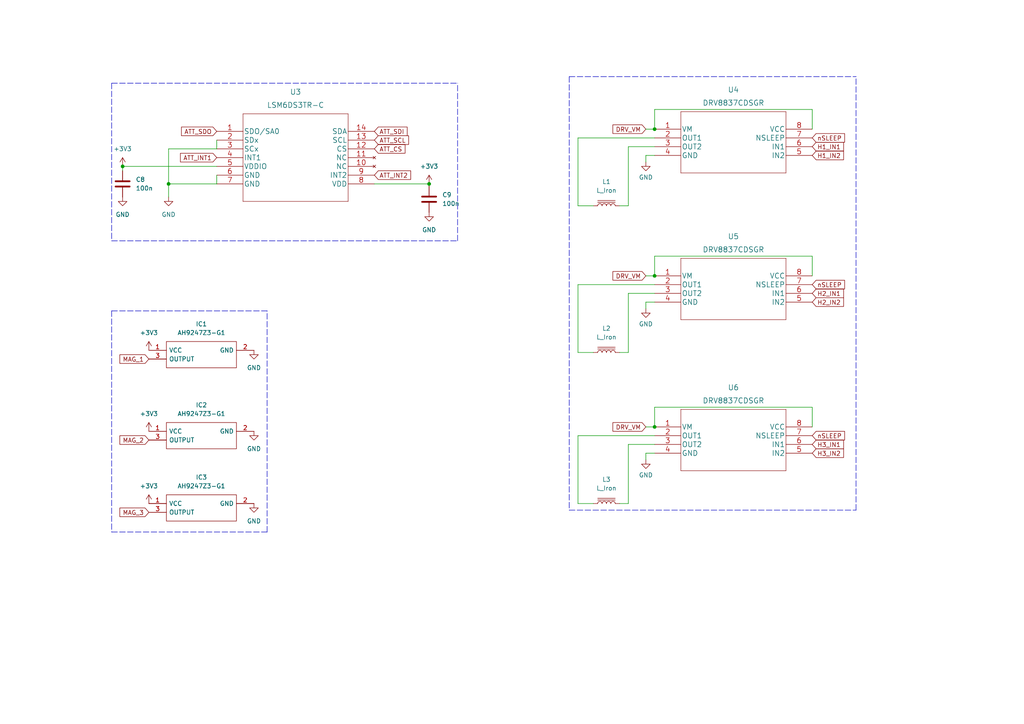
<source format=kicad_sch>
(kicad_sch (version 20211123) (generator eeschema)
  (paper "A4")
  (lib_symbols
    (symbol "AH9247Z3-G1:AH9247Z3-G1" (pin_names (offset 0.762))
      (property "Reference" "IC" (at 26.67 7.62 0))
      (property "Value" "AH9247Z3-G1" (at 26.67 5.08 0))
      (symbol "AH9247Z3-G1_0_0"
        (pin passive line (at 0 0 0) (length 5.08) (name "VCC") (number "1"))
        (pin passive line (at 30.48 0 180) (length 5.08) (name "GND") (number "2"))
        (pin passive line (at 0 -2.54 0) (length 5.08) (name "OUTPUT") (number "3"))
      )
      (symbol "AH9247Z3-G1_0_1"
        (polyline (pts (xy 5.08 2.54) (xy 25.4 2.54) (xy 25.4 -5.08) (xy 5.08 -5.08) (xy 5.08 2.54)) (stroke (width 0.1524)))
      )
    )
    (symbol "ATTITUDE:LSM6DS3TR-C" (pin_names (offset 0.254))
      (property "Reference" "U" (at 22.86 10.16 0))
      (property "Value" "LSM6DS3TR-C" (at 22.86 7.62 0))
      (symbol "LSM6DS3TR-C_1_1"
        (polyline (pts (xy 7.62 -20.32) (xy 38.1 -20.32)) (stroke (width 0.127)))
        (polyline (pts (xy 7.62 5.08) (xy 7.62 -20.32)) (stroke (width 0.127)))
        (polyline (pts (xy 38.1 -20.32) (xy 38.1 5.08)) (stroke (width 0.127)))
        (polyline (pts (xy 38.1 5.08) (xy 7.62 5.08)) (stroke (width 0.127)))
        (pin output line (at 0 0 0) (length 7.62) (name "SDO/SA0") (number "1"))
        (pin no_connect line (at 45.72 -10.16 180) (length 7.62) (name "NC") (number "10"))
        (pin no_connect line (at 45.72 -7.62 180) (length 7.62) (name "NC") (number "11"))
        (pin input line (at 45.72 -5.08 180) (length 7.62) (name "CS") (number "12"))
        (pin input line (at 45.72 -2.54 180) (length 7.62) (name "SCL") (number "13"))
        (pin input line (at 45.72 0 180) (length 7.62) (name "SDA") (number "14"))
        (pin passive line (at 0 -2.54 0) (length 7.62) (name "SDx") (number "2"))
        (pin passive line (at 0 -5.08 0) (length 7.62) (name "SCx") (number "3"))
        (pin input line (at 0 -7.62 0) (length 7.62) (name "INT1") (number "4"))
        (pin power_in line (at 0 -10.16 0) (length 7.62) (name "VDDIO") (number "5"))
        (pin power_in line (at 0 -12.7 0) (length 7.62) (name "GND") (number "6"))
        (pin power_in line (at 0 -15.24 0) (length 7.62) (name "GND") (number "7"))
        (pin power_in line (at 45.72 -15.24 180) (length 7.62) (name "VDD") (number "8"))
        (pin input line (at 45.72 -12.7 180) (length 7.62) (name "INT2") (number "9"))
      )
    )
    (symbol "DRV8837CDSG:DRV8837CDSGR" (pin_names (offset 0.254))
      (property "Reference" "U" (at 22.86 10.16 0))
      (property "Value" "DRV8837CDSGR" (at 22.86 7.62 0))
      (symbol "DRV8837CDSGR_1_1"
        (polyline (pts (xy 7.62 -12.7) (xy 38.1 -12.7)) (stroke (width 0.127)))
        (polyline (pts (xy 7.62 5.08) (xy 7.62 -12.7)) (stroke (width 0.127)))
        (polyline (pts (xy 38.1 -12.7) (xy 38.1 5.08)) (stroke (width 0.127)))
        (polyline (pts (xy 38.1 5.08) (xy 7.62 5.08)) (stroke (width 0.127)))
        (pin power_in line (at 0 0 0) (length 7.62) (name "VM") (number "1"))
        (pin output line (at 0 -2.54 0) (length 7.62) (name "OUT1") (number "2"))
        (pin output line (at 0 -5.08 0) (length 7.62) (name "OUT2") (number "3"))
        (pin power_in line (at 0 -7.62 0) (length 7.62) (name "GND") (number "4"))
        (pin input line (at 45.72 -7.62 180) (length 7.62) (name "IN2") (number "5"))
        (pin input line (at 45.72 -5.08 180) (length 7.62) (name "IN1") (number "6"))
        (pin input line (at 45.72 -2.54 180) (length 7.62) (name "NSLEEP") (number "7"))
        (pin power_in line (at 45.72 0 180) (length 7.62) (name "VCC") (number "8"))
      )
    )
    (symbol "Device:C" (pin_numbers hide) (pin_names (offset 0.254))
      (property "Reference" "C" (at 0.635 2.54 0))
      (property "Value" "C" (at 0.635 -2.54 0))
      (symbol "C_0_1"
        (polyline (pts (xy -2.032 -0.762) (xy 2.032 -0.762)) (stroke (width 0.508)))
        (polyline (pts (xy -2.032 0.762) (xy 2.032 0.762)) (stroke (width 0.508)))
      )
      (symbol "C_1_1"
        (pin passive line (at 0 3.81 270) (length 2.794) (name "~") (number "1"))
        (pin passive line (at 0 -3.81 90) (length 2.794) (name "~") (number "2"))
      )
    )
    (symbol "Device:L_Iron" (pin_numbers hide) (pin_names (offset 1.016) hide)
      (property "Reference" "L" (at -1.27 0 90))
      (property "Value" "L_Iron" (at 2.794 0 90))
      (symbol "L_Iron_0_1"
        (arc (start 0 -2.54) (mid 0.635 -1.905) (end 0 -1.27))
        (arc (start 0 -1.27) (mid 0.635 -0.635) (end 0 0))
        (polyline (pts (xy 1.016 2.54) (xy 1.016 -2.54)))
        (polyline (pts (xy 1.524 -2.54) (xy 1.524 2.54)))
        (arc (start 0 0) (mid 0.635 0.635) (end 0 1.27))
        (arc (start 0 1.27) (mid 0.635 1.905) (end 0 2.54))
      )
      (symbol "L_Iron_1_1"
        (pin passive line (at 0 3.81 270) (length 1.27) (name "1") (number "1"))
        (pin passive line (at 0 -3.81 90) (length 1.27) (name "2") (number "2"))
      )
    )
    (symbol "power:+3V3" (power) (pin_names (offset 0))
      (property "Value" "+3V3" (at 0 3.556 0))
      (symbol "+3V3_0_1"
        (polyline (pts (xy -0.762 1.27) (xy 0 2.54)))
        (polyline (pts (xy 0 0) (xy 0 2.54)))
        (polyline (pts (xy 0 2.54) (xy 0.762 1.27)))
      )
      (symbol "+3V3_1_1"
        (pin power_in line (at 0 0 90) (length 0) hide (name "+3V3") (number "1"))
      )
    )
    (symbol "power:GND" (power) (pin_names (offset 0))
      (property "Value" "GND" (at 0 -3.81 0))
      (symbol "GND_0_1"
        (polyline (pts (xy 0 0) (xy 0 -1.27) (xy 1.27 -1.27) (xy 0 -2.54) (xy -1.27 -1.27) (xy 0 -1.27)))
      )
      (symbol "GND_1_1"
        (pin power_in line (at 0 0 270) (length 0) hide (name "GND") (number "1"))
      )
    )
  )
  (junction (at 48.895 53.34))
  (junction (at 189.865 123.825))
  (junction (at 189.865 37.465))
  (junction (at 35.56 48.26))
  (junction (at 124.46 53.34))
  (junction (at 189.865 80.01))
  (wire (pts (xy 189.865 80.01) (xy 189.865 74.295)))
  (wire (pts (xy 182.245 146.05) (xy 179.705 146.05)))
  (polyline (pts (xy 248.285 147.955) (xy 248.285 22.225)))
  (wire (pts (xy 187.325 131.445) (xy 187.325 133.35)))
  (wire (pts (xy 48.895 43.18) (xy 48.895 53.34)))
  (wire (pts (xy 182.245 59.69) (xy 179.705 59.69)))
  (wire (pts (xy 48.895 53.34) (xy 48.895 57.15)))
  (wire (pts (xy 167.64 146.05) (xy 172.085 146.05)))
  (wire (pts (xy 35.56 48.26) (xy 35.56 49.53)))
  (polyline (pts (xy 77.47 154.305) (xy 77.47 90.17)))
  (wire (pts (xy 235.585 74.295) (xy 235.585 80.01)))
  (wire (pts (xy 189.865 74.295) (xy 235.585 74.295)))
  (wire (pts (xy 187.325 45.085) (xy 187.325 46.99)))
  (wire (pts (xy 235.585 31.75) (xy 235.585 37.465)))
  (wire (pts (xy 124.46 53.34) (xy 124.46 53.975)))
  (wire (pts (xy 62.865 48.26) (xy 35.56 48.26)))
  (polyline (pts (xy 32.385 24.13) (xy 32.385 69.85)))
  (wire (pts (xy 189.865 82.55) (xy 167.64 82.55)))
  (wire (pts (xy 189.865 42.545) (xy 182.245 42.545)))
  (wire (pts (xy 189.865 85.09) (xy 182.245 85.09)))
  (wire (pts (xy 182.245 85.09) (xy 182.245 102.235)))
  (polyline (pts (xy 165.1 22.225) (xy 165.1 147.955)))
  (wire (pts (xy 235.585 118.11) (xy 235.585 123.825)))
  (wire (pts (xy 62.865 43.18) (xy 48.895 43.18)))
  (polyline (pts (xy 32.385 154.305) (xy 77.47 154.305)))
  (polyline (pts (xy 165.1 147.955) (xy 248.285 147.955)))
  (wire (pts (xy 62.865 53.34) (xy 48.895 53.34)))
  (wire (pts (xy 189.865 128.905) (xy 182.245 128.905)))
  (polyline (pts (xy 32.385 69.85) (xy 132.715 69.85)))
  (polyline (pts (xy 165.1 22.225) (xy 248.285 22.225)))
  (wire (pts (xy 62.865 40.64) (xy 62.865 43.18)))
  (polyline (pts (xy 32.385 90.17) (xy 32.385 154.305)))
  (wire (pts (xy 189.865 118.11) (xy 235.585 118.11)))
  (wire (pts (xy 189.865 37.465) (xy 189.865 31.75)))
  (wire (pts (xy 187.325 80.01) (xy 189.865 80.01)))
  (wire (pts (xy 187.325 87.63) (xy 187.325 89.535)))
  (wire (pts (xy 167.64 40.005) (xy 167.64 59.69)))
  (wire (pts (xy 167.64 102.235) (xy 172.085 102.235)))
  (polyline (pts (xy 32.385 90.17) (xy 77.47 90.17)))
  (wire (pts (xy 167.64 82.55) (xy 167.64 102.235)))
  (wire (pts (xy 189.865 45.085) (xy 187.325 45.085)))
  (wire (pts (xy 182.245 128.905) (xy 182.245 146.05)))
  (polyline (pts (xy 132.715 69.85) (xy 132.715 24.13)))
  (wire (pts (xy 187.325 123.825) (xy 189.865 123.825)))
  (wire (pts (xy 189.865 31.75) (xy 235.585 31.75)))
  (wire (pts (xy 189.865 40.005) (xy 167.64 40.005)))
  (wire (pts (xy 187.325 37.465) (xy 189.865 37.465)))
  (wire (pts (xy 189.865 126.365) (xy 167.64 126.365)))
  (wire (pts (xy 189.865 123.825) (xy 189.865 118.11)))
  (wire (pts (xy 108.585 53.34) (xy 124.46 53.34)))
  (wire (pts (xy 167.64 126.365) (xy 167.64 146.05)))
  (wire (pts (xy 167.64 59.69) (xy 172.085 59.69)))
  (wire (pts (xy 62.865 50.8) (xy 62.865 53.34)))
  (wire (pts (xy 182.245 102.235) (xy 179.705 102.235)))
  (wire (pts (xy 189.865 131.445) (xy 187.325 131.445)))
  (wire (pts (xy 182.245 42.545) (xy 182.245 59.69)))
  (polyline (pts (xy 32.385 24.13) (xy 132.715 24.13)))
  (wire (pts (xy 189.865 87.63) (xy 187.325 87.63)))
  (global_label "DRV_VM" (shape input) (at 187.325 80.01 180) (property "Intersheet References" "${INTERSHEET_REFS}" (effects hide)))
  (global_label "ATT_SDO" (shape input) (at 62.865 38.1 180) (property "Intersheet References" "${INTERSHEET_REFS}" (effects hide)))
  (global_label "ATT_INT1" (shape input) (at 62.865 45.72 180) (property "Intersheet References" "${INTERSHEET_REFS}" (effects hide)))
  (global_label "nSLEEP" (shape input) (at 235.585 40.005 0) (property "Intersheet References" "${INTERSHEET_REFS}" (effects hide)))
  (global_label "ATT_CS" (shape input) (at 108.585 43.18 0) (property "Intersheet References" "${INTERSHEET_REFS}" (effects hide)))
  (global_label "ATT_SDI" (shape input) (at 108.585 38.1 0) (property "Intersheet References" "${INTERSHEET_REFS}" (effects hide)))
  (global_label "nSLEEP" (shape input) (at 235.585 126.365 0) (property "Intersheet References" "${INTERSHEET_REFS}" (effects hide)))
  (global_label "MAG_3" (shape input) (at 43.18 148.59 180) (property "Intersheet References" "${INTERSHEET_REFS}" (effects hide)))
  (global_label "MAG_1" (shape input) (at 43.18 104.14 180) (property "Intersheet References" "${INTERSHEET_REFS}" (effects hide)))
  (global_label "DRV_VM" (shape input) (at 187.325 37.465 180) (property "Intersheet References" "${INTERSHEET_REFS}" (effects hide)))
  (global_label "H2_IN1" (shape input) (at 235.585 85.09 0) (property "Intersheet References" "${INTERSHEET_REFS}" (effects hide)))
  (global_label "H3_IN1" (shape input) (at 235.585 128.905 0) (property "Intersheet References" "${INTERSHEET_REFS}" (effects hide)))
  (global_label "H2_IN2" (shape input) (at 235.585 87.63 0) (property "Intersheet References" "${INTERSHEET_REFS}" (effects hide)))
  (global_label "nSLEEP" (shape input) (at 235.585 82.55 0) (property "Intersheet References" "${INTERSHEET_REFS}" (effects hide)))
  (global_label "H1_IN1" (shape input) (at 235.585 42.545 0) (property "Intersheet References" "${INTERSHEET_REFS}" (effects hide)))
  (global_label "ATT_INT2" (shape input) (at 108.585 50.8 0) (property "Intersheet References" "${INTERSHEET_REFS}" (effects hide)))
  (global_label "H1_IN2" (shape input) (at 235.585 45.085 0) (property "Intersheet References" "${INTERSHEET_REFS}" (effects hide)))
  (global_label "MAG_2" (shape input) (at 43.18 127.635 180) (property "Intersheet References" "${INTERSHEET_REFS}" (effects hide)))
  (global_label "H3_IN2" (shape input) (at 235.585 131.445 0) (property "Intersheet References" "${INTERSHEET_REFS}" (effects hide)))
  (global_label "ATT_SCL" (shape input) (at 108.585 40.64 0) (property "Intersheet References" "${INTERSHEET_REFS}" (effects hide)))
  (global_label "DRV_VM" (shape input) (at 187.325 123.825 180) (property "Intersheet References" "${INTERSHEET_REFS}" (effects hide)))
  (symbol (lib_id "power:GND") (at 124.46 61.595 0) (unit 1)
    (property "Reference" "#PWR08" (effects hide))
    (property "Value" "GND" (at 124.46 66.675 0))
  )
  (symbol (lib_id "AH9247Z3-G1:AH9247Z3-G1") (at 43.18 101.6 0) (unit 1)
    (property "Reference" "IC1" (at 58.42 93.98 0))
    (property "Value" "AH9247Z3-G1" (at 58.42 96.52 0))
    (property "Footprint" "Package_TO_SOT_THT:TO-92Flat" (effects hide))
    (property "Datasheet" "https://componentsearchengine.com/Datasheets/1/AH9247Z3-G1.pdf" (effects hide))
    (property "Description" "Board Mount Hall Effect / Magnetic Sensors High Sens MicroPWR Omni Hall-Effect" (effects hide))
    (property "Height" "3.31" (effects hide))
    (property "Mouser Part Number" "621-AH9247Z3-G1" (effects hide))
    (property "Mouser Price/Stock" "https://www.mouser.co.uk/ProductDetail/Diodes-Incorporated/AH9247Z3-G1?qs=Ey7%2FXF42M3fMYLXLo5hEEg%3D%3D" (effects hide))
    (property "Manufacturer_Name" "Diodes Inc." (effects hide))
    (property "Manufacturer_Part_Number" "AH9247Z3-G1" (effects hide))
  )
  (symbol (lib_id "power:GND") (at 73.66 146.05 0) (unit 1)
    (property "Reference" "#PWR022" (effects hide))
    (property "Value" "GND" (at 73.66 151.13 0))
  )
  (symbol (lib_id "Device:C") (at 35.56 53.34 0) (unit 1)
    (property "Reference" "C8" (at 39.37 52.0699 0) (effects (justify left)))
    (property "Value" "100n" (at 39.37 54.6099 0) (effects (justify left)))
    (property "Footprint" "Capacitor_SMD:C_0805_2012Metric" (effects hide))
  )
  (symbol (lib_id "ATTITUDE:LSM6DS3TR-C") (at 62.865 38.1 0) (unit 1)
    (property "Reference" "U3" (at 85.725 26.67 0) (effects (font (size 1.524 1.524))))
    (property "Value" "LSM6DS3TR-C" (at 85.725 30.48 0) (effects (font (size 1.524 1.524))))
    (property "Footprint" "magnetorquer:LSM6DS3TR-C" (effects hide))
  )
  (symbol (lib_id "DRV8837CDSG:DRV8837CDSGR") (at 189.865 37.465 0) (unit 1)
    (property "Reference" "U4" (at 212.725 26.035 0) (effects (font (size 1.524 1.524))))
    (property "Value" "DRV8837CDSGR" (at 212.725 29.845 0) (effects (font (size 1.524 1.524))))
    (property "Footprint" "magnetorquer:DRV8837CDSGR" (effects hide))
  )
  (symbol (lib_id "power:+3V3") (at 43.18 125.095 0) (unit 1)
    (property "Reference" "#PWR019" (effects hide))
    (property "Value" "+3V3" (at 43.18 120.015 0))
  )
  (symbol (lib_id "AH9247Z3-G1:AH9247Z3-G1") (at 43.18 146.05 0) (unit 1)
    (property "Reference" "IC3" (at 58.42 138.43 0))
    (property "Value" "AH9247Z3-G1" (at 58.42 140.97 0))
    (property "Footprint" "Package_TO_SOT_THT:TO-92Flat" (effects hide))
    (property "Datasheet" "https://componentsearchengine.com/Datasheets/1/AH9247Z3-G1.pdf" (effects hide))
    (property "Description" "Board Mount Hall Effect / Magnetic Sensors High Sens MicroPWR Omni Hall-Effect" (effects hide))
    (property "Height" "3.31" (effects hide))
    (property "Mouser Part Number" "621-AH9247Z3-G1" (effects hide))
    (property "Mouser Price/Stock" "https://www.mouser.co.uk/ProductDetail/Diodes-Incorporated/AH9247Z3-G1?qs=Ey7%2FXF42M3fMYLXLo5hEEg%3D%3D" (effects hide))
    (property "Manufacturer_Name" "Diodes Inc." (effects hide))
    (property "Manufacturer_Part_Number" "AH9247Z3-G1" (effects hide))
  )
  (symbol (lib_id "AH9247Z3-G1:AH9247Z3-G1") (at 43.18 125.095 0) (unit 1)
    (property "Reference" "IC2" (at 58.42 117.475 0))
    (property "Value" "AH9247Z3-G1" (at 58.42 120.015 0))
    (property "Footprint" "Package_TO_SOT_THT:TO-92Flat" (effects hide))
    (property "Datasheet" "https://componentsearchengine.com/Datasheets/1/AH9247Z3-G1.pdf" (effects hide))
    (property "Description" "Board Mount Hall Effect / Magnetic Sensors High Sens MicroPWR Omni Hall-Effect" (effects hide))
    (property "Height" "3.31" (effects hide))
    (property "Mouser Part Number" "621-AH9247Z3-G1" (effects hide))
    (property "Mouser Price/Stock" "https://www.mouser.co.uk/ProductDetail/Diodes-Incorporated/AH9247Z3-G1?qs=Ey7%2FXF42M3fMYLXLo5hEEg%3D%3D" (effects hide))
    (property "Manufacturer_Name" "Diodes Inc." (effects hide))
    (property "Manufacturer_Part_Number" "AH9247Z3-G1" (effects hide))
  )
  (symbol (lib_id "power:GND") (at 35.56 57.15 0) (unit 1)
    (property "Reference" "#PWR06" (effects hide))
    (property "Value" "GND" (at 35.56 62.23 0))
  )
  (symbol (lib_id "DRV8837CDSG:DRV8837CDSGR") (at 189.865 123.825 0) (unit 1)
    (property "Reference" "U6" (at 212.725 112.395 0) (effects (font (size 1.524 1.524))))
    (property "Value" "DRV8837CDSGR" (at 212.725 116.205 0) (effects (font (size 1.524 1.524))))
    (property "Footprint" "magnetorquer:DRV8837CDSGR" (effects hide))
  )
  (symbol (lib_id "Device:L_Iron") (at 175.895 102.235 90) (unit 1)
    (property "Reference" "L2" (at 175.895 95.25 90))
    (property "Value" "L_Iron" (at 175.895 97.79 90))
    (property "Footprint" "magnetorquer:magnetorquer" (effects hide))
  )
  (symbol (lib_id "power:+3V3") (at 124.46 53.34 0) (unit 1)
    (property "Reference" "#PWR010" (effects hide))
    (property "Value" "+3V3" (at 124.46 48.26 0))
  )
  (symbol (lib_id "Device:L_Iron") (at 175.895 59.69 90) (unit 1)
    (property "Reference" "L1" (at 175.895 52.705 90))
    (property "Value" "L_Iron" (at 175.895 55.245 90))
    (property "Footprint" "magnetorquer:magnetorquer" (effects hide))
  )
  (symbol (lib_id "power:GND") (at 48.895 57.15 0) (unit 1)
    (property "Reference" "#PWR07" (effects hide))
    (property "Value" "GND" (at 48.895 62.23 0))
  )
  (symbol (lib_id "Device:C") (at 124.46 57.785 0) (unit 1)
    (property "Reference" "C9" (at 128.27 56.5149 0) (effects (justify left)))
    (property "Value" "100n" (at 128.27 59.0549 0) (effects (justify left)))
    (property "Footprint" "Capacitor_SMD:C_0805_2012Metric" (effects hide))
  )
  (symbol (lib_id "power:GND") (at 73.66 125.095 0) (unit 1)
    (property "Reference" "#PWR020" (effects hide))
    (property "Value" "GND" (at 73.66 130.175 0))
  )
  (symbol (lib_id "power:GND") (at 187.325 46.99 0) (unit 1)
    (property "Reference" "#PWR0110" (effects hide))
    (property "Value" "GND" (at 187.325 51.435 0))
  )
  (symbol (lib_id "power:GND") (at 73.66 101.6 0) (unit 1)
    (property "Reference" "#PWR018" (effects hide))
    (property "Value" "GND" (at 73.66 106.68 0))
  )
  (symbol (lib_id "power:+3V3") (at 43.18 146.05 0) (unit 1)
    (property "Reference" "#PWR021" (effects hide))
    (property "Value" "+3V3" (at 43.18 140.97 0))
  )
  (symbol (lib_id "Device:L_Iron") (at 175.895 146.05 90) (unit 1)
    (property "Reference" "L3" (at 175.895 139.065 90))
    (property "Value" "L_Iron" (at 175.895 141.605 90))
    (property "Footprint" "magnetorquer:magnetorquer" (effects hide))
  )
  (symbol (lib_id "DRV8837CDSG:DRV8837CDSGR") (at 189.865 80.01 0) (unit 1)
    (property "Reference" "U5" (at 212.725 68.58 0) (effects (font (size 1.524 1.524))))
    (property "Value" "DRV8837CDSGR" (at 212.725 72.39 0) (effects (font (size 1.524 1.524))))
    (property "Footprint" "magnetorquer:DRV8837CDSGR" (effects hide))
  )
  (symbol (lib_id "power:GND") (at 187.325 89.535 0) (unit 1)
    (property "Reference" "#PWR012" (effects hide))
    (property "Value" "GND" (at 187.325 93.98 0))
  )
  (symbol (lib_id "power:+3V3") (at 35.56 48.26 0) (unit 1)
    (property "Reference" "#PWR09" (effects hide))
    (property "Value" "+3V3" (at 35.56 43.18 0))
  )
  (symbol (lib_id "power:GND") (at 187.325 133.35 0) (unit 1)
    (property "Reference" "#PWR014" (effects hide))
    (property "Value" "GND" (at 187.325 137.795 0))
  )
  (symbol (lib_id "power:+3V3") (at 43.18 101.6 0) (unit 1)
    (property "Reference" "#PWR017" (effects hide))
    (property "Value" "+3V3" (at 43.18 96.52 0))
  )
)
</source>
